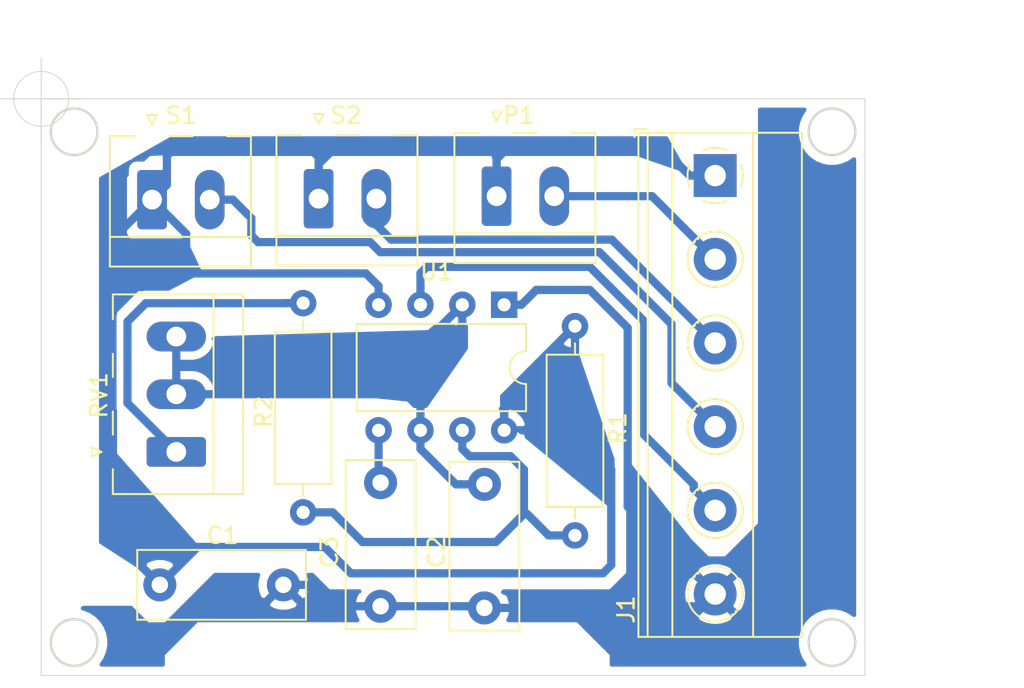
<source format=kicad_pcb>
(kicad_pcb (version 20171130) (host pcbnew "(5.1.5)-3")

  (general
    (thickness 1.6)
    (drawings 15)
    (tracks 111)
    (zones 0)
    (modules 11)
    (nets 11)
  )

  (page A4)
  (title_block
    (title "Control probador motores pap")
    (date 2021-04-02)
    (rev 1.0)
  )

  (layers
    (0 F.Cu signal)
    (31 B.Cu signal)
    (32 B.Adhes user hide)
    (33 F.Adhes user hide)
    (34 B.Paste user hide)
    (35 F.Paste user hide)
    (36 B.SilkS user)
    (37 F.SilkS user)
    (38 B.Mask user)
    (39 F.Mask user)
    (40 Dwgs.User user hide)
    (41 Cmts.User user)
    (42 Eco1.User user hide)
    (43 Eco2.User user)
    (44 Edge.Cuts user)
    (45 Margin user)
    (46 B.CrtYd user hide)
    (47 F.CrtYd user hide)
    (48 B.Fab user hide)
    (49 F.Fab user hide)
  )

  (setup
    (last_trace_width 0.25)
    (user_trace_width 0.5)
    (trace_clearance 0.2)
    (zone_clearance 0.508)
    (zone_45_only no)
    (trace_min 0.2)
    (via_size 0.8)
    (via_drill 0.4)
    (via_min_size 0.4)
    (via_min_drill 0.3)
    (uvia_size 0.3)
    (uvia_drill 0.1)
    (uvias_allowed no)
    (uvia_min_size 0.2)
    (uvia_min_drill 0.1)
    (edge_width 0.05)
    (segment_width 0.2)
    (pcb_text_width 0.3)
    (pcb_text_size 1.5 1.5)
    (mod_edge_width 0.12)
    (mod_text_size 1 1)
    (mod_text_width 0.15)
    (pad_size 1.524 1.524)
    (pad_drill 0.762)
    (pad_to_mask_clearance 0.051)
    (solder_mask_min_width 0.25)
    (aux_axis_origin 0 0)
    (visible_elements 7FFFFFFF)
    (pcbplotparams
      (layerselection 0x010fc_ffffffff)
      (usegerberextensions false)
      (usegerberattributes false)
      (usegerberadvancedattributes false)
      (creategerberjobfile false)
      (excludeedgelayer true)
      (linewidth 0.100000)
      (plotframeref false)
      (viasonmask false)
      (mode 1)
      (useauxorigin false)
      (hpglpennumber 1)
      (hpglpenspeed 20)
      (hpglpendiameter 15.000000)
      (psnegative false)
      (psa4output false)
      (plotreference true)
      (plotvalue true)
      (plotinvisibletext false)
      (padsonsilk false)
      (subtractmaskfromsilk false)
      (outputformat 1)
      (mirror false)
      (drillshape 1)
      (scaleselection 1)
      (outputdirectory ""))
  )

  (net 0 "")
  (net 1 GND)
  (net 2 +5V)
  (net 3 "Net-(C2-Pad1)")
  (net 4 "Net-(C3-Pad1)")
  (net 5 /Permitir)
  (net 6 /Direccion)
  (net 7 /Medio_Full_Paso)
  (net 8 /Reloj)
  (net 9 "Net-(R1-Pad2)")
  (net 10 "Net-(R2-Pad2)")

  (net_class Default "Esta es la clase de red por defecto."
    (clearance 0.2)
    (trace_width 0.25)
    (via_dia 0.8)
    (via_drill 0.4)
    (uvia_dia 0.3)
    (uvia_drill 0.1)
    (add_net +5V)
    (add_net /Direccion)
    (add_net /Medio_Full_Paso)
    (add_net /Permitir)
    (add_net /Reloj)
    (add_net GND)
    (add_net "Net-(C2-Pad1)")
    (add_net "Net-(C3-Pad1)")
    (add_net "Net-(R1-Pad2)")
    (add_net "Net-(R2-Pad2)")
  )

  (module Resistor_THT:R_Axial_DIN0309_L9.0mm_D3.2mm_P12.70mm_Horizontal (layer F.Cu) (tedit 5AE5139B) (tstamp 6068A674)
    (at 117.3932 94.3296 90)
    (descr "Resistor, Axial_DIN0309 series, Axial, Horizontal, pin pitch=12.7mm, 0.5W = 1/2W, length*diameter=9*3.2mm^2, http://cdn-reichelt.de/documents/datenblatt/B400/1_4W%23YAG.pdf")
    (tags "Resistor Axial_DIN0309 series Axial Horizontal pin pitch 12.7mm 0.5W = 1/2W length 9mm diameter 3.2mm")
    (path /60679D1E)
    (fp_text reference R2 (at 6.1 -2.4 90) (layer F.SilkS)
      (effects (font (size 1 1) (thickness 0.15)))
    )
    (fp_text value 1k (at 6.35 2.72 90) (layer Dwgs.User)
      (effects (font (size 1 1) (thickness 0.15)))
    )
    (fp_text user %R (at 6.35 0 90) (layer Dwgs.User)
      (effects (font (size 1 1) (thickness 0.15)))
    )
    (fp_line (start 13.75 -1.85) (end -1.05 -1.85) (layer F.CrtYd) (width 0.05))
    (fp_line (start 13.75 1.85) (end 13.75 -1.85) (layer F.CrtYd) (width 0.05))
    (fp_line (start -1.05 1.85) (end 13.75 1.85) (layer F.CrtYd) (width 0.05))
    (fp_line (start -1.05 -1.85) (end -1.05 1.85) (layer F.CrtYd) (width 0.05))
    (fp_line (start 11.66 0) (end 10.97 0) (layer F.SilkS) (width 0.12))
    (fp_line (start 1.04 0) (end 1.73 0) (layer F.SilkS) (width 0.12))
    (fp_line (start 10.97 -1.72) (end 1.73 -1.72) (layer F.SilkS) (width 0.12))
    (fp_line (start 10.97 1.72) (end 10.97 -1.72) (layer F.SilkS) (width 0.12))
    (fp_line (start 1.73 1.72) (end 10.97 1.72) (layer F.SilkS) (width 0.12))
    (fp_line (start 1.73 -1.72) (end 1.73 1.72) (layer F.SilkS) (width 0.12))
    (fp_line (start 12.7 0) (end 10.85 0) (layer F.Fab) (width 0.1))
    (fp_line (start 0 0) (end 1.85 0) (layer F.Fab) (width 0.1))
    (fp_line (start 10.85 -1.6) (end 1.85 -1.6) (layer F.Fab) (width 0.1))
    (fp_line (start 10.85 1.6) (end 10.85 -1.6) (layer F.Fab) (width 0.1))
    (fp_line (start 1.85 1.6) (end 10.85 1.6) (layer F.Fab) (width 0.1))
    (fp_line (start 1.85 -1.6) (end 1.85 1.6) (layer F.Fab) (width 0.1))
    (pad 2 thru_hole oval (at 12.7 0 90) (size 1.6 1.6) (drill 0.8) (layers *.Cu *.Mask)
      (net 10 "Net-(R2-Pad2)"))
    (pad 1 thru_hole circle (at 0 0 90) (size 1.6 1.6) (drill 0.8) (layers *.Cu *.Mask)
      (net 9 "Net-(R1-Pad2)"))
    (model ${KISYS3DMOD}/Resistor_THT.3dshapes/R_Axial_DIN0309_L9.0mm_D3.2mm_P12.70mm_Horizontal.wrl
      (at (xyz 0 0 0))
      (scale (xyz 1 1 1))
      (rotate (xyz 0 0 0))
    )
  )

  (module Capacitor_THT:C_Rect_L10.0mm_W4.0mm_P7.50mm_MKS4 (layer F.Cu) (tedit 5AE50EF0) (tstamp 6068C5C7)
    (at 122.0932 92.5296 270)
    (descr "C, Rect series, Radial, pin pitch=7.50mm, , length*width=10*4.0mm^2, Capacitor, http://www.wima.com/EN/WIMA_MKS_4.pdf")
    (tags "C Rect series Radial pin pitch 7.50mm  length 10mm width 4.0mm Capacitor")
    (path /60675367)
    (fp_text reference C3 (at 4.2 3.1 90) (layer F.SilkS)
      (effects (font (size 1 1) (thickness 0.15)))
    )
    (fp_text value 1nF (at 3.75 3.25 90) (layer F.Fab)
      (effects (font (size 1 1) (thickness 0.15)))
    )
    (fp_line (start -1.25 -2) (end -1.25 2) (layer F.Fab) (width 0.1))
    (fp_line (start -1.25 2) (end 8.75 2) (layer F.Fab) (width 0.1))
    (fp_line (start 8.75 2) (end 8.75 -2) (layer F.Fab) (width 0.1))
    (fp_line (start 8.75 -2) (end -1.25 -2) (layer F.Fab) (width 0.1))
    (fp_line (start -1.37 -2.12) (end 8.87 -2.12) (layer F.SilkS) (width 0.12))
    (fp_line (start -1.37 2.12) (end 8.87 2.12) (layer F.SilkS) (width 0.12))
    (fp_line (start -1.37 -2.12) (end -1.37 2.12) (layer F.SilkS) (width 0.12))
    (fp_line (start 8.87 -2.12) (end 8.87 2.12) (layer F.SilkS) (width 0.12))
    (fp_line (start -1.5 -2.25) (end -1.5 2.25) (layer F.CrtYd) (width 0.05))
    (fp_line (start -1.5 2.25) (end 9 2.25) (layer F.CrtYd) (width 0.05))
    (fp_line (start 9 2.25) (end 9 -2.25) (layer F.CrtYd) (width 0.05))
    (fp_line (start 9 -2.25) (end -1.5 -2.25) (layer F.CrtYd) (width 0.05))
    (fp_text user %R (at 3.75 0 90) (layer F.Fab)
      (effects (font (size 1 1) (thickness 0.15)))
    )
    (pad 1 thru_hole circle (at 0 0 270) (size 2 2) (drill 1) (layers *.Cu *.Mask)
      (net 4 "Net-(C3-Pad1)"))
    (pad 2 thru_hole circle (at 7.5 0 270) (size 2 2) (drill 1) (layers *.Cu *.Mask)
      (net 1 GND))
    (model ${KISYS3DMOD}/Capacitor_THT.3dshapes/C_Rect_L10.0mm_W4.0mm_P7.50mm_MKS4.wrl
      (at (xyz 0 0 0))
      (scale (xyz 1 1 1))
      (rotate (xyz 0 0 0))
    )
  )

  (module Package_DIP:DIP-8_W7.62mm (layer F.Cu) (tedit 5A02E8C5) (tstamp 6068B66D)
    (at 129.5932 81.7296 270)
    (descr "8-lead though-hole mounted DIP package, row spacing 7.62 mm (300 mils)")
    (tags "THT DIP DIL PDIP 2.54mm 7.62mm 300mil")
    (path /606749F9)
    (fp_text reference U1 (at -2 4.1 180) (layer F.SilkS)
      (effects (font (size 1 1) (thickness 0.15)))
    )
    (fp_text value NE555 (at 3.81 9.95 90) (layer F.Fab)
      (effects (font (size 1 1) (thickness 0.15)))
    )
    (fp_arc (start 3.81 -1.33) (end 2.81 -1.33) (angle -180) (layer F.SilkS) (width 0.12))
    (fp_line (start 1.635 -1.27) (end 6.985 -1.27) (layer F.Fab) (width 0.1))
    (fp_line (start 6.985 -1.27) (end 6.985 8.89) (layer F.Fab) (width 0.1))
    (fp_line (start 6.985 8.89) (end 0.635 8.89) (layer F.Fab) (width 0.1))
    (fp_line (start 0.635 8.89) (end 0.635 -0.27) (layer F.Fab) (width 0.1))
    (fp_line (start 0.635 -0.27) (end 1.635 -1.27) (layer F.Fab) (width 0.1))
    (fp_line (start 2.81 -1.33) (end 1.16 -1.33) (layer F.SilkS) (width 0.12))
    (fp_line (start 1.16 -1.33) (end 1.16 8.95) (layer F.SilkS) (width 0.12))
    (fp_line (start 1.16 8.95) (end 6.46 8.95) (layer F.SilkS) (width 0.12))
    (fp_line (start 6.46 8.95) (end 6.46 -1.33) (layer F.SilkS) (width 0.12))
    (fp_line (start 6.46 -1.33) (end 4.81 -1.33) (layer F.SilkS) (width 0.12))
    (fp_line (start -1.1 -1.55) (end -1.1 9.15) (layer F.CrtYd) (width 0.05))
    (fp_line (start -1.1 9.15) (end 8.7 9.15) (layer F.CrtYd) (width 0.05))
    (fp_line (start 8.7 9.15) (end 8.7 -1.55) (layer F.CrtYd) (width 0.05))
    (fp_line (start 8.7 -1.55) (end -1.1 -1.55) (layer F.CrtYd) (width 0.05))
    (fp_text user %R (at 3.81 3.81 90) (layer F.Fab)
      (effects (font (size 1 1) (thickness 0.15)))
    )
    (pad 1 thru_hole rect (at 0 0 270) (size 1.6 1.6) (drill 0.8) (layers *.Cu *.Mask)
      (net 1 GND))
    (pad 5 thru_hole oval (at 7.62 7.62 270) (size 1.6 1.6) (drill 0.8) (layers *.Cu *.Mask)
      (net 4 "Net-(C3-Pad1)"))
    (pad 2 thru_hole oval (at 0 2.54 270) (size 1.6 1.6) (drill 0.8) (layers *.Cu *.Mask)
      (net 3 "Net-(C2-Pad1)"))
    (pad 6 thru_hole oval (at 7.62 5.08 270) (size 1.6 1.6) (drill 0.8) (layers *.Cu *.Mask)
      (net 3 "Net-(C2-Pad1)"))
    (pad 3 thru_hole oval (at 0 5.08 270) (size 1.6 1.6) (drill 0.8) (layers *.Cu *.Mask)
      (net 8 /Reloj))
    (pad 7 thru_hole oval (at 7.62 2.54 270) (size 1.6 1.6) (drill 0.8) (layers *.Cu *.Mask)
      (net 9 "Net-(R1-Pad2)"))
    (pad 4 thru_hole oval (at 0 7.62 270) (size 1.6 1.6) (drill 0.8) (layers *.Cu *.Mask)
      (net 2 +5V))
    (pad 8 thru_hole oval (at 7.62 0 270) (size 1.6 1.6) (drill 0.8) (layers *.Cu *.Mask)
      (net 2 +5V))
    (model ${KISYS3DMOD}/Package_DIP.3dshapes/DIP-8_W7.62mm.wrl
      (at (xyz 0 0 0))
      (scale (xyz 1 1 1))
      (rotate (xyz 0 0 0))
    )
  )

  (module TerminalBlock_Phoenix:TerminalBlock_Phoenix_MKDS-1,5-6-5.08_1x06_P5.08mm_Horizontal (layer F.Cu) (tedit 5B294EBE) (tstamp 60685FE8)
    (at 142.4032 73.8896 270)
    (descr "Terminal Block Phoenix MKDS-1,5-6-5.08, 6 pins, pitch 5.08mm, size 30.5x9.8mm^2, drill diamater 1.3mm, pad diameter 2.6mm, see http://www.farnell.com/datasheets/100425.pdf, script-generated using https://github.com/pointhi/kicad-footprint-generator/scripts/TerminalBlock_Phoenix")
    (tags "THT Terminal Block Phoenix MKDS-1,5-6-5.08 pitch 5.08mm size 30.5x9.8mm^2 drill 1.3mm pad 2.6mm")
    (path /6067A4FC)
    (fp_text reference J1 (at 26.34 5.41 90) (layer F.SilkS)
      (effects (font (size 1 1) (thickness 0.15)))
    )
    (fp_text value Screw_Terminal_01x06 (at 12.7 5.66 90) (layer Dwgs.User) hide
      (effects (font (size 1 1) (thickness 0.15)))
    )
    (fp_arc (start 0 0) (end 0 1.68) (angle -24) (layer F.SilkS) (width 0.12))
    (fp_arc (start 0 0) (end 1.535 0.684) (angle -48) (layer F.SilkS) (width 0.12))
    (fp_arc (start 0 0) (end 0.684 -1.535) (angle -48) (layer F.SilkS) (width 0.12))
    (fp_arc (start 0 0) (end -1.535 -0.684) (angle -48) (layer F.SilkS) (width 0.12))
    (fp_arc (start 0 0) (end -0.684 1.535) (angle -25) (layer F.SilkS) (width 0.12))
    (fp_circle (center 0 0) (end 1.5 0) (layer F.Fab) (width 0.1))
    (fp_circle (center 5.08 0) (end 6.58 0) (layer F.Fab) (width 0.1))
    (fp_circle (center 5.08 0) (end 6.76 0) (layer F.SilkS) (width 0.12))
    (fp_circle (center 10.16 0) (end 11.66 0) (layer F.Fab) (width 0.1))
    (fp_circle (center 10.16 0) (end 11.84 0) (layer F.SilkS) (width 0.12))
    (fp_circle (center 15.24 0) (end 16.74 0) (layer F.Fab) (width 0.1))
    (fp_circle (center 15.24 0) (end 16.92 0) (layer F.SilkS) (width 0.12))
    (fp_circle (center 20.32 0) (end 21.82 0) (layer F.Fab) (width 0.1))
    (fp_circle (center 20.32 0) (end 22 0) (layer F.SilkS) (width 0.12))
    (fp_circle (center 25.4 0) (end 26.9 0) (layer F.Fab) (width 0.1))
    (fp_circle (center 25.4 0) (end 27.08 0) (layer F.SilkS) (width 0.12))
    (fp_line (start -2.54 -5.2) (end 27.94 -5.2) (layer F.Fab) (width 0.1))
    (fp_line (start 27.94 -5.2) (end 27.94 4.6) (layer F.Fab) (width 0.1))
    (fp_line (start 27.94 4.6) (end -2.04 4.6) (layer F.Fab) (width 0.1))
    (fp_line (start -2.04 4.6) (end -2.54 4.1) (layer F.Fab) (width 0.1))
    (fp_line (start -2.54 4.1) (end -2.54 -5.2) (layer F.Fab) (width 0.1))
    (fp_line (start -2.54 4.1) (end 27.94 4.1) (layer F.Fab) (width 0.1))
    (fp_line (start -2.6 4.1) (end 28 4.1) (layer F.SilkS) (width 0.12))
    (fp_line (start -2.54 2.6) (end 27.94 2.6) (layer F.Fab) (width 0.1))
    (fp_line (start -2.6 2.6) (end 28 2.6) (layer F.SilkS) (width 0.12))
    (fp_line (start -2.54 -2.3) (end 27.94 -2.3) (layer F.Fab) (width 0.1))
    (fp_line (start -2.6 -2.301) (end 28 -2.301) (layer F.SilkS) (width 0.12))
    (fp_line (start -2.6 -5.261) (end 28 -5.261) (layer F.SilkS) (width 0.12))
    (fp_line (start -2.6 4.66) (end 28 4.66) (layer F.SilkS) (width 0.12))
    (fp_line (start -2.6 -5.261) (end -2.6 4.66) (layer F.SilkS) (width 0.12))
    (fp_line (start 28 -5.261) (end 28 4.66) (layer F.SilkS) (width 0.12))
    (fp_line (start 1.138 -0.955) (end -0.955 1.138) (layer F.Fab) (width 0.1))
    (fp_line (start 0.955 -1.138) (end -1.138 0.955) (layer F.Fab) (width 0.1))
    (fp_line (start 6.218 -0.955) (end 4.126 1.138) (layer F.Fab) (width 0.1))
    (fp_line (start 6.035 -1.138) (end 3.943 0.955) (layer F.Fab) (width 0.1))
    (fp_line (start 6.355 -1.069) (end 6.308 -1.023) (layer F.SilkS) (width 0.12))
    (fp_line (start 4.046 1.239) (end 4.011 1.274) (layer F.SilkS) (width 0.12))
    (fp_line (start 6.15 -1.275) (end 6.115 -1.239) (layer F.SilkS) (width 0.12))
    (fp_line (start 3.853 1.023) (end 3.806 1.069) (layer F.SilkS) (width 0.12))
    (fp_line (start 11.298 -0.955) (end 9.206 1.138) (layer F.Fab) (width 0.1))
    (fp_line (start 11.115 -1.138) (end 9.023 0.955) (layer F.Fab) (width 0.1))
    (fp_line (start 11.435 -1.069) (end 11.388 -1.023) (layer F.SilkS) (width 0.12))
    (fp_line (start 9.126 1.239) (end 9.091 1.274) (layer F.SilkS) (width 0.12))
    (fp_line (start 11.23 -1.275) (end 11.195 -1.239) (layer F.SilkS) (width 0.12))
    (fp_line (start 8.933 1.023) (end 8.886 1.069) (layer F.SilkS) (width 0.12))
    (fp_line (start 16.378 -0.955) (end 14.286 1.138) (layer F.Fab) (width 0.1))
    (fp_line (start 16.195 -1.138) (end 14.103 0.955) (layer F.Fab) (width 0.1))
    (fp_line (start 16.515 -1.069) (end 16.468 -1.023) (layer F.SilkS) (width 0.12))
    (fp_line (start 14.206 1.239) (end 14.171 1.274) (layer F.SilkS) (width 0.12))
    (fp_line (start 16.31 -1.275) (end 16.275 -1.239) (layer F.SilkS) (width 0.12))
    (fp_line (start 14.013 1.023) (end 13.966 1.069) (layer F.SilkS) (width 0.12))
    (fp_line (start 21.458 -0.955) (end 19.366 1.138) (layer F.Fab) (width 0.1))
    (fp_line (start 21.275 -1.138) (end 19.183 0.955) (layer F.Fab) (width 0.1))
    (fp_line (start 21.595 -1.069) (end 21.548 -1.023) (layer F.SilkS) (width 0.12))
    (fp_line (start 19.286 1.239) (end 19.251 1.274) (layer F.SilkS) (width 0.12))
    (fp_line (start 21.39 -1.275) (end 21.355 -1.239) (layer F.SilkS) (width 0.12))
    (fp_line (start 19.093 1.023) (end 19.046 1.069) (layer F.SilkS) (width 0.12))
    (fp_line (start 26.538 -0.955) (end 24.446 1.138) (layer F.Fab) (width 0.1))
    (fp_line (start 26.355 -1.138) (end 24.263 0.955) (layer F.Fab) (width 0.1))
    (fp_line (start 26.675 -1.069) (end 26.628 -1.023) (layer F.SilkS) (width 0.12))
    (fp_line (start 24.366 1.239) (end 24.331 1.274) (layer F.SilkS) (width 0.12))
    (fp_line (start 26.47 -1.275) (end 26.435 -1.239) (layer F.SilkS) (width 0.12))
    (fp_line (start 24.173 1.023) (end 24.126 1.069) (layer F.SilkS) (width 0.12))
    (fp_line (start -2.84 4.16) (end -2.84 4.9) (layer F.SilkS) (width 0.12))
    (fp_line (start -2.84 4.9) (end -2.34 4.9) (layer F.SilkS) (width 0.12))
    (fp_line (start -3.04 -5.71) (end -3.04 5.1) (layer F.CrtYd) (width 0.05))
    (fp_line (start -3.04 5.1) (end 28.44 5.1) (layer F.CrtYd) (width 0.05))
    (fp_line (start 28.44 5.1) (end 28.44 -5.71) (layer F.CrtYd) (width 0.05))
    (fp_line (start 28.44 -5.71) (end -3.04 -5.71) (layer F.CrtYd) (width 0.05))
    (fp_text user %R (at 12.7 3.2 90) (layer F.Fab) hide
      (effects (font (size 1 1) (thickness 0.15)))
    )
    (pad 1 thru_hole rect (at 0 0 270) (size 2.6 2.6) (drill 1.3) (layers *.Cu *.Mask)
      (net 2 +5V))
    (pad 2 thru_hole circle (at 5.08 0 270) (size 2.6 2.6) (drill 1.3) (layers *.Cu *.Mask)
      (net 5 /Permitir))
    (pad 3 thru_hole circle (at 10.16 0 270) (size 2.6 2.6) (drill 1.3) (layers *.Cu *.Mask)
      (net 6 /Direccion))
    (pad 4 thru_hole circle (at 15.24 0 270) (size 2.6 2.6) (drill 1.3) (layers *.Cu *.Mask)
      (net 7 /Medio_Full_Paso))
    (pad 5 thru_hole circle (at 20.32 0 270) (size 2.6 2.6) (drill 1.3) (layers *.Cu *.Mask)
      (net 8 /Reloj))
    (pad 6 thru_hole circle (at 25.4 0 270) (size 2.6 2.6) (drill 1.3) (layers *.Cu *.Mask)
      (net 1 GND))
    (model C:/Users/oscarrodfer/trabajos/freecad/kicad-packages3D/Connector_Phoenix_MKDS/1715190-mkds1,5_6-6contactos.stp
      (offset (xyz 28.5 4 0))
      (scale (xyz 1 1 1))
      (rotate (xyz -90 0 -90))
    )
  )

  (module Capacitor_THT:C_Rect_L10.0mm_W4.0mm_P7.50mm_MKS4 (layer F.Cu) (tedit 5AE50EF0) (tstamp 6068BA1B)
    (at 108.6932 98.7296)
    (descr "C, Rect series, Radial, pin pitch=7.50mm, , length*width=10*4.0mm^2, Capacitor, http://www.wima.com/EN/WIMA_MKS_4.pdf")
    (tags "C Rect series Radial pin pitch 7.50mm  length 10mm width 4.0mm Capacitor")
    (path /60676001)
    (fp_text reference C1 (at 3.8 -3) (layer F.SilkS)
      (effects (font (size 1 1) (thickness 0.15)))
    )
    (fp_text value 100nF (at 3.75 3.25) (layer F.Fab)
      (effects (font (size 1 1) (thickness 0.15)))
    )
    (fp_text user %R (at 3.75 0) (layer F.Fab)
      (effects (font (size 1 1) (thickness 0.15)))
    )
    (fp_line (start 9 -2.25) (end -1.5 -2.25) (layer F.CrtYd) (width 0.05))
    (fp_line (start 9 2.25) (end 9 -2.25) (layer F.CrtYd) (width 0.05))
    (fp_line (start -1.5 2.25) (end 9 2.25) (layer F.CrtYd) (width 0.05))
    (fp_line (start -1.5 -2.25) (end -1.5 2.25) (layer F.CrtYd) (width 0.05))
    (fp_line (start 8.87 -2.12) (end 8.87 2.12) (layer F.SilkS) (width 0.12))
    (fp_line (start -1.37 -2.12) (end -1.37 2.12) (layer F.SilkS) (width 0.12))
    (fp_line (start -1.37 2.12) (end 8.87 2.12) (layer F.SilkS) (width 0.12))
    (fp_line (start -1.37 -2.12) (end 8.87 -2.12) (layer F.SilkS) (width 0.12))
    (fp_line (start 8.75 -2) (end -1.25 -2) (layer F.Fab) (width 0.1))
    (fp_line (start 8.75 2) (end 8.75 -2) (layer F.Fab) (width 0.1))
    (fp_line (start -1.25 2) (end 8.75 2) (layer F.Fab) (width 0.1))
    (fp_line (start -1.25 -2) (end -1.25 2) (layer F.Fab) (width 0.1))
    (pad 2 thru_hole circle (at 7.5 0) (size 2 2) (drill 1) (layers *.Cu *.Mask)
      (net 1 GND))
    (pad 1 thru_hole circle (at 0 0) (size 2 2) (drill 1) (layers *.Cu *.Mask)
      (net 2 +5V))
    (model ${KISYS3DMOD}/Capacitor_THT.3dshapes/C_Rect_L10.0mm_W4.0mm_P7.50mm_MKS4.wrl
      (at (xyz 0 0 0))
      (scale (xyz 1 1 1))
      (rotate (xyz 0 0 0))
    )
  )

  (module Capacitor_THT:C_Rect_L10.0mm_W4.0mm_P7.50mm_MKS4 (layer F.Cu) (tedit 5AE50EF0) (tstamp 60685F85)
    (at 128.3932 92.6296 270)
    (descr "C, Rect series, Radial, pin pitch=7.50mm, , length*width=10*4.0mm^2, Capacitor, http://www.wima.com/EN/WIMA_MKS_4.pdf")
    (tags "C Rect series Radial pin pitch 7.50mm  length 10mm width 4.0mm Capacitor")
    (path /606758D7)
    (fp_text reference C2 (at 4.1 2.9 90) (layer F.SilkS)
      (effects (font (size 1 1) (thickness 0.15)))
    )
    (fp_text value 220nF (at 3.75 3.25 90) (layer F.Fab)
      (effects (font (size 1 1) (thickness 0.15)))
    )
    (fp_line (start -1.25 -2) (end -1.25 2) (layer F.Fab) (width 0.1))
    (fp_line (start -1.25 2) (end 8.75 2) (layer F.Fab) (width 0.1))
    (fp_line (start 8.75 2) (end 8.75 -2) (layer F.Fab) (width 0.1))
    (fp_line (start 8.75 -2) (end -1.25 -2) (layer F.Fab) (width 0.1))
    (fp_line (start -1.37 -2.12) (end 8.87 -2.12) (layer F.SilkS) (width 0.12))
    (fp_line (start -1.37 2.12) (end 8.87 2.12) (layer F.SilkS) (width 0.12))
    (fp_line (start -1.37 -2.12) (end -1.37 2.12) (layer F.SilkS) (width 0.12))
    (fp_line (start 8.87 -2.12) (end 8.87 2.12) (layer F.SilkS) (width 0.12))
    (fp_line (start -1.5 -2.25) (end -1.5 2.25) (layer F.CrtYd) (width 0.05))
    (fp_line (start -1.5 2.25) (end 9 2.25) (layer F.CrtYd) (width 0.05))
    (fp_line (start 9 2.25) (end 9 -2.25) (layer F.CrtYd) (width 0.05))
    (fp_line (start 9 -2.25) (end -1.5 -2.25) (layer F.CrtYd) (width 0.05))
    (fp_text user %R (at 3.75 0 90) (layer F.Fab)
      (effects (font (size 1 1) (thickness 0.15)))
    )
    (pad 1 thru_hole circle (at 0 0 270) (size 2 2) (drill 1) (layers *.Cu *.Mask)
      (net 3 "Net-(C2-Pad1)"))
    (pad 2 thru_hole circle (at 7.5 0 270) (size 2 2) (drill 1) (layers *.Cu *.Mask)
      (net 1 GND))
    (model ${KISYS3DMOD}/Capacitor_THT.3dshapes/C_Rect_L10.0mm_W4.0mm_P7.50mm_MKS4.wrl
      (at (xyz 0 0 0))
      (scale (xyz 1 1 1))
      (rotate (xyz 0 0 0))
    )
  )

  (module Resistor_THT:R_Axial_DIN0309_L9.0mm_D3.2mm_P12.70mm_Horizontal (layer F.Cu) (tedit 5AE5139B) (tstamp 60688103)
    (at 133.8932 83.0296 270)
    (descr "Resistor, Axial_DIN0309 series, Axial, Horizontal, pin pitch=12.7mm, 0.5W = 1/2W, length*diameter=9*3.2mm^2, http://cdn-reichelt.de/documents/datenblatt/B400/1_4W%23YAG.pdf")
    (tags "Resistor Axial_DIN0309 series Axial Horizontal pin pitch 12.7mm 0.5W = 1/2W length 9mm diameter 3.2mm")
    (path /6067986F)
    (fp_text reference R1 (at 6.2 -2.6 90) (layer F.SilkS)
      (effects (font (size 1 1) (thickness 0.15)))
    )
    (fp_text value 1k5 (at 6.35 2.72 90) (layer F.Fab)
      (effects (font (size 1 1) (thickness 0.15)))
    )
    (fp_line (start 1.85 -1.6) (end 1.85 1.6) (layer F.Fab) (width 0.1))
    (fp_line (start 1.85 1.6) (end 10.85 1.6) (layer F.Fab) (width 0.1))
    (fp_line (start 10.85 1.6) (end 10.85 -1.6) (layer F.Fab) (width 0.1))
    (fp_line (start 10.85 -1.6) (end 1.85 -1.6) (layer F.Fab) (width 0.1))
    (fp_line (start 0 0) (end 1.85 0) (layer F.Fab) (width 0.1))
    (fp_line (start 12.7 0) (end 10.85 0) (layer F.Fab) (width 0.1))
    (fp_line (start 1.73 -1.72) (end 1.73 1.72) (layer F.SilkS) (width 0.12))
    (fp_line (start 1.73 1.72) (end 10.97 1.72) (layer F.SilkS) (width 0.12))
    (fp_line (start 10.97 1.72) (end 10.97 -1.72) (layer F.SilkS) (width 0.12))
    (fp_line (start 10.97 -1.72) (end 1.73 -1.72) (layer F.SilkS) (width 0.12))
    (fp_line (start 1.04 0) (end 1.73 0) (layer F.SilkS) (width 0.12))
    (fp_line (start 11.66 0) (end 10.97 0) (layer F.SilkS) (width 0.12))
    (fp_line (start -1.05 -1.85) (end -1.05 1.85) (layer F.CrtYd) (width 0.05))
    (fp_line (start -1.05 1.85) (end 13.75 1.85) (layer F.CrtYd) (width 0.05))
    (fp_line (start 13.75 1.85) (end 13.75 -1.85) (layer F.CrtYd) (width 0.05))
    (fp_line (start 13.75 -1.85) (end -1.05 -1.85) (layer F.CrtYd) (width 0.05))
    (fp_text user %R (at 6.35 0 90) (layer Dwgs.User)
      (effects (font (size 1 1) (thickness 0.15)))
    )
    (pad 1 thru_hole circle (at 0 0 270) (size 1.6 1.6) (drill 0.8) (layers *.Cu *.Mask)
      (net 2 +5V))
    (pad 2 thru_hole oval (at 12.7 0 270) (size 1.6 1.6) (drill 0.8) (layers *.Cu *.Mask)
      (net 9 "Net-(R1-Pad2)"))
    (model ${KISYS3DMOD}/Resistor_THT.3dshapes/R_Axial_DIN0309_L9.0mm_D3.2mm_P12.70mm_Horizontal.wrl
      (at (xyz 0 0 0))
      (scale (xyz 1 1 1))
      (rotate (xyz 0 0 0))
    )
  )

  (module Connector_Phoenix_MKDS:PhoenixContact_MKDS_1,5_2-1727010-1x02_P3.50mm (layer F.Cu) (tedit 6067627D) (tstamp 6068A6EF)
    (at 129.1332 72.5996)
    (descr "Generic Phoenix Contact connector footprint for: MC_1,5/2-G-3.5; number of pins: 02; pin pitch: 3.50mm; Angled || order number: 1727010 8A 160V")
    (tags "phoenix_contact connector MC_01x02_G_3.5mm")
    (path /6067855D)
    (fp_text reference P1 (at 1.36 -2.37) (layer F.SilkS)
      (effects (font (size 1 1) (thickness 0.15)))
    )
    (fp_text value SW_Push (at 3.2 8.6) (layer Dwgs.User) hide
      (effects (font (size 1 1) (thickness 0.15)))
    )
    (fp_line (start -2.56 -1.31) (end -2.56 6.6) (layer F.SilkS) (width 0.12))
    (fp_line (start -2.56 6.6) (end 6 6.6) (layer F.SilkS) (width 0.12))
    (fp_line (start 6 6.6) (end 6 -1.31) (layer F.SilkS) (width 0.12))
    (fp_line (start -2.56 -1.31) (end -1.05 -1.31) (layer F.SilkS) (width 0.12))
    (fp_line (start 1.05 -1.31) (end 2.45 -1.31) (layer F.SilkS) (width 0.12))
    (fp_line (start 4.55 -1.31) (end 6 -1.31) (layer F.SilkS) (width 0.12))
    (fp_line (start -2.45 -1.2) (end -2.45 6.5) (layer F.Fab) (width 0.1))
    (fp_line (start -2.45 6.5) (end 5.85 6.5) (layer F.Fab) (width 0.1))
    (fp_line (start 5.9 6.55) (end 5.9 -1.2) (layer F.Fab) (width 0.1))
    (fp_line (start 5.9 -1.2) (end -2.45 -1.2) (layer F.Fab) (width 0.1))
    (fp_line (start -2.56 4.8) (end 6 4.8) (layer F.SilkS) (width 0.12))
    (fp_line (start -3.06 -2.3) (end -3.06 7.3) (layer F.CrtYd) (width 0.05))
    (fp_line (start -3.06 7.3) (end 6.5 7.3) (layer F.CrtYd) (width 0.05))
    (fp_line (start 6.5 7.3) (end 6.5 -2.3) (layer F.CrtYd) (width 0.05))
    (fp_line (start 6.5 -2.3) (end -3.06 -2.3) (layer F.CrtYd) (width 0.05))
    (fp_line (start 0.3 -2.6) (end 0 -2) (layer F.SilkS) (width 0.12))
    (fp_line (start 0 -2) (end -0.3 -2.6) (layer F.SilkS) (width 0.12))
    (fp_line (start -0.3 -2.6) (end 0.3 -2.6) (layer F.SilkS) (width 0.12))
    (fp_line (start 0.8 -1.2) (end 0 0) (layer F.Fab) (width 0.1))
    (fp_line (start 0 0) (end -0.8 -1.2) (layer F.Fab) (width 0.1))
    (fp_text user %R (at 0.1 5.75) (layer Dwgs.User) hide
      (effects (font (size 1 1) (thickness 0.15)))
    )
    (pad 1 thru_hole roundrect (at 0 2.54) (size 1.8 3.6) (drill 1.2) (layers *.Cu *.Mask) (roundrect_rratio 0.138889)
      (net 2 +5V))
    (pad 2 thru_hole oval (at 3.5 2.54) (size 1.8 3.6) (drill 1.2) (layers *.Cu *.Mask)
      (net 5 /Permitir))
    (model C:/Users/oscarrodfer/trabajos/freecad/kicad-packages3D/Connector_Phoenix_MKDS/1727010.stp
      (offset (xyz 5.5 1 0))
      (scale (xyz 0.98 1 0.98))
      (rotate (xyz -90 0 -90))
    )
  )

  (module Connector_Phoenix_MKDS:PhoenixContact_MKDS_1,5_3-19325191-1x03_P3.50mm (layer F.Cu) (tedit 5F930C06) (tstamp 60689CA4)
    (at 107.1532 90.6596 90)
    (descr "Generic Phoenix Contact connector footprint for: MC_1,5/3-G-3.5; number of pins: 03; pin pitch: 3.50mm; Angled || order number: 1844223 8A 160V")
    (tags "phoenix_contact connector MC_01x03_G_3.5mm")
    (path /60678D64)
    (fp_text reference RV1 (at 3.43 -2.16 90) (layer F.SilkS)
      (effects (font (size 1 1) (thickness 0.15)))
    )
    (fp_text value 470k (at 3.2 8.6 90) (layer F.Fab)
      (effects (font (size 1 1) (thickness 0.15)))
    )
    (fp_line (start -2.56 -1.31) (end -2.56 6.6) (layer F.SilkS) (width 0.12))
    (fp_line (start -2.56 6.6) (end 9.5 6.6) (layer F.SilkS) (width 0.12))
    (fp_line (start 9.56 6.6) (end 9.56 -1.31) (layer F.SilkS) (width 0.12))
    (fp_line (start -2.56 -1.31) (end -1.05 -1.31) (layer F.SilkS) (width 0.12))
    (fp_line (start 9.56 -1.31) (end 8.05 -1.31) (layer F.SilkS) (width 0.12))
    (fp_line (start 1.05 -1.31) (end 2.45 -1.31) (layer F.SilkS) (width 0.12))
    (fp_line (start 4.55 -1.31) (end 5.95 -1.31) (layer F.SilkS) (width 0.12))
    (fp_line (start -2.45 -1.2) (end -2.45 6.5) (layer F.Fab) (width 0.1))
    (fp_line (start -2.45 6.5) (end 9.45 6.5) (layer F.Fab) (width 0.1))
    (fp_line (start 9.45 6.5) (end 9.45 -1.2) (layer F.Fab) (width 0.1))
    (fp_line (start 9.45 -1.2) (end -2.45 -1.2) (layer F.Fab) (width 0.1))
    (fp_line (start -2.56 4.8) (end 9.56 4.8) (layer F.SilkS) (width 0.12))
    (fp_line (start -3.06 -2.3) (end -3.06 7.3) (layer F.CrtYd) (width 0.05))
    (fp_line (start -3.06 7.3) (end 9.95 7.3) (layer F.CrtYd) (width 0.05))
    (fp_line (start 9.95 7.3) (end 9.95 -2.3) (layer F.CrtYd) (width 0.05))
    (fp_line (start 9.95 -2.3) (end -3.06 -2.3) (layer F.CrtYd) (width 0.05))
    (fp_line (start 0.3 -2.6) (end 0 -2) (layer F.SilkS) (width 0.12))
    (fp_line (start 0 -2) (end -0.3 -2.6) (layer F.SilkS) (width 0.12))
    (fp_line (start -0.3 -2.6) (end 0.3 -2.6) (layer F.SilkS) (width 0.12))
    (fp_line (start 0.8 -1.2) (end 0 0) (layer F.Fab) (width 0.1))
    (fp_line (start 0 0) (end -0.8 -1.2) (layer F.Fab) (width 0.1))
    (fp_text user %R (at 3.5 -0.5 90) (layer F.Fab)
      (effects (font (size 1 1) (thickness 0.15)))
    )
    (pad 1 thru_hole roundrect (at 0 2.54 90) (size 1.8 3.6) (drill 1.2) (layers *.Cu *.Mask) (roundrect_rratio 0.138889)
      (net 10 "Net-(R2-Pad2)"))
    (pad 2 thru_hole oval (at 3.5 2.54 90) (size 1.8 3.6) (drill 1.2) (layers *.Cu *.Mask)
      (net 3 "Net-(C2-Pad1)"))
    (pad 3 thru_hole oval (at 7 2.54 90) (size 1.8 3.6) (drill 1.2) (layers *.Cu *.Mask)
      (net 3 "Net-(C2-Pad1)"))
    (model C:/Users/oscarrodfer/trabajos/freecad/kicad-packages3D/Connector_Phoenix_MKDS/1715035-mkds1,5_3-3contactos.stp
      (offset (xyz 9.300000000000001 0.7 0))
      (scale (xyz 0.7 0.7 0.8))
      (rotate (xyz 0 0 -180))
    )
  )

  (module Connector_Phoenix_MKDS:PhoenixContact_MKDS_1,5_2-1727010-1x02_P3.50mm (layer F.Cu) (tedit 6067627D) (tstamp 60687C87)
    (at 108.2232 72.8096)
    (descr "Generic Phoenix Contact connector footprint for: MC_1,5/2-G-3.5; number of pins: 02; pin pitch: 3.50mm; Angled || order number: 1727010 8A 160V")
    (tags "phoenix_contact connector MC_01x02_G_3.5mm")
    (path /6067730E)
    (fp_text reference S1 (at 1.77 -2.58) (layer F.SilkS)
      (effects (font (size 1 1) (thickness 0.15)))
    )
    (fp_text value CircuitBreaker_1P (at 3.2 8.6) (layer Dwgs.User)
      (effects (font (size 1 1) (thickness 0.15)))
    )
    (fp_line (start -2.56 -1.31) (end -2.56 6.6) (layer F.SilkS) (width 0.12))
    (fp_line (start -2.56 6.6) (end 6 6.6) (layer F.SilkS) (width 0.12))
    (fp_line (start 6 6.6) (end 6 -1.31) (layer F.SilkS) (width 0.12))
    (fp_line (start -2.56 -1.31) (end -1.05 -1.31) (layer F.SilkS) (width 0.12))
    (fp_line (start 1.05 -1.31) (end 2.45 -1.31) (layer F.SilkS) (width 0.12))
    (fp_line (start 4.55 -1.31) (end 6 -1.31) (layer F.SilkS) (width 0.12))
    (fp_line (start -2.45 -1.2) (end -2.45 6.5) (layer F.Fab) (width 0.1))
    (fp_line (start -2.45 6.5) (end 5.85 6.5) (layer F.Fab) (width 0.1))
    (fp_line (start 5.9 6.55) (end 5.9 -1.2) (layer F.Fab) (width 0.1))
    (fp_line (start 5.9 -1.2) (end -2.45 -1.2) (layer F.Fab) (width 0.1))
    (fp_line (start -2.56 4.8) (end 6 4.8) (layer F.SilkS) (width 0.12))
    (fp_line (start -3.06 -2.3) (end -3.06 7.3) (layer F.CrtYd) (width 0.05))
    (fp_line (start -3.06 7.3) (end 6.5 7.3) (layer F.CrtYd) (width 0.05))
    (fp_line (start 6.5 7.3) (end 6.5 -2.3) (layer F.CrtYd) (width 0.05))
    (fp_line (start 6.5 -2.3) (end -3.06 -2.3) (layer F.CrtYd) (width 0.05))
    (fp_line (start 0.3 -2.6) (end 0 -2) (layer F.SilkS) (width 0.12))
    (fp_line (start 0 -2) (end -0.3 -2.6) (layer F.SilkS) (width 0.12))
    (fp_line (start -0.3 -2.6) (end 0.3 -2.6) (layer F.SilkS) (width 0.12))
    (fp_line (start 0.8 -1.2) (end 0 0) (layer F.Fab) (width 0.1))
    (fp_line (start 0 0) (end -0.8 -1.2) (layer F.Fab) (width 0.1))
    (fp_text user %R (at 0.1 5.75) (layer Dwgs.User)
      (effects (font (size 1 1) (thickness 0.15)))
    )
    (pad 1 thru_hole roundrect (at 0 2.54) (size 1.8 3.6) (drill 1.2) (layers *.Cu *.Mask) (roundrect_rratio 0.138889)
      (net 2 +5V))
    (pad 2 thru_hole oval (at 3.5 2.54) (size 1.8 3.6) (drill 1.2) (layers *.Cu *.Mask)
      (net 7 /Medio_Full_Paso))
    (model C:/Users/oscarrodfer/trabajos/freecad/kicad-packages3D/Connector_Phoenix_MKDS/1727010.stp
      (offset (xyz 5.5 1 0))
      (scale (xyz 0.98 1 0.98))
      (rotate (xyz -90 0 -90))
    )
  )

  (module Connector_Phoenix_MKDS:PhoenixContact_MKDS_1,5_2-1727010-1x02_P3.50mm (layer F.Cu) (tedit 6067627D) (tstamp 60687CA1)
    (at 118.3332 72.7496)
    (descr "Generic Phoenix Contact connector footprint for: MC_1,5/2-G-3.5; number of pins: 02; pin pitch: 3.50mm; Angled || order number: 1727010 8A 160V")
    (tags "phoenix_contact connector MC_01x02_G_3.5mm")
    (path /60677E4C)
    (fp_text reference S2 (at 1.66 -2.52) (layer F.SilkS)
      (effects (font (size 1 1) (thickness 0.15)))
    )
    (fp_text value CircuitBreaker_1P (at 3.2 8.6) (layer Dwgs.User)
      (effects (font (size 1 1) (thickness 0.15)))
    )
    (fp_text user %R (at 0.1 5.75) (layer Dwgs.User)
      (effects (font (size 1 1) (thickness 0.15)))
    )
    (fp_line (start 0 0) (end -0.8 -1.2) (layer F.Fab) (width 0.1))
    (fp_line (start 0.8 -1.2) (end 0 0) (layer F.Fab) (width 0.1))
    (fp_line (start -0.3 -2.6) (end 0.3 -2.6) (layer F.SilkS) (width 0.12))
    (fp_line (start 0 -2) (end -0.3 -2.6) (layer F.SilkS) (width 0.12))
    (fp_line (start 0.3 -2.6) (end 0 -2) (layer F.SilkS) (width 0.12))
    (fp_line (start 6.5 -2.3) (end -3.06 -2.3) (layer F.CrtYd) (width 0.05))
    (fp_line (start 6.5 7.3) (end 6.5 -2.3) (layer F.CrtYd) (width 0.05))
    (fp_line (start -3.06 7.3) (end 6.5 7.3) (layer F.CrtYd) (width 0.05))
    (fp_line (start -3.06 -2.3) (end -3.06 7.3) (layer F.CrtYd) (width 0.05))
    (fp_line (start -2.56 4.8) (end 6 4.8) (layer F.SilkS) (width 0.12))
    (fp_line (start 5.9 -1.2) (end -2.45 -1.2) (layer F.Fab) (width 0.1))
    (fp_line (start 5.9 6.55) (end 5.9 -1.2) (layer F.Fab) (width 0.1))
    (fp_line (start -2.45 6.5) (end 5.85 6.5) (layer F.Fab) (width 0.1))
    (fp_line (start -2.45 -1.2) (end -2.45 6.5) (layer F.Fab) (width 0.1))
    (fp_line (start 4.55 -1.31) (end 6 -1.31) (layer F.SilkS) (width 0.12))
    (fp_line (start 1.05 -1.31) (end 2.45 -1.31) (layer F.SilkS) (width 0.12))
    (fp_line (start -2.56 -1.31) (end -1.05 -1.31) (layer F.SilkS) (width 0.12))
    (fp_line (start 6 6.6) (end 6 -1.31) (layer F.SilkS) (width 0.12))
    (fp_line (start -2.56 6.6) (end 6 6.6) (layer F.SilkS) (width 0.12))
    (fp_line (start -2.56 -1.31) (end -2.56 6.6) (layer F.SilkS) (width 0.12))
    (pad 2 thru_hole oval (at 3.5 2.54) (size 1.8 3.6) (drill 1.2) (layers *.Cu *.Mask)
      (net 6 /Direccion))
    (pad 1 thru_hole roundrect (at 0 2.54) (size 1.8 3.6) (drill 1.2) (layers *.Cu *.Mask) (roundrect_rratio 0.138889)
      (net 2 +5V))
    (model C:/Users/oscarrodfer/trabajos/freecad/kicad-packages3D/Connector_Phoenix_MKDS/1727010.stp
      (offset (xyz 5.5 1 0))
      (scale (xyz 0.98 1 0.98))
      (rotate (xyz -90 0 -90))
    )
  )

  (gr_text "Control probador moteres pap v1.0" (at 102.5 86.6 90) (layer Eco2.User)
    (effects (font (size 1 1) (thickness 0.15)))
  )
  (gr_text http://electronicareciclada.com (at 122.6 102.9) (layer Eco2.User)
    (effects (font (size 1 1) (thickness 0.15)))
  )
  (target plus (at 101.4932 69.2296) (size 5) (width 0.05) (layer Edge.Cuts))
  (gr_line (start 101.4932 104.2296) (end 101.4932 69.2296) (layer Edge.Cuts) (width 0.05) (tstamp 6068B5CC))
  (gr_line (start 151.4932 104.2296) (end 101.4932 104.2296) (layer Edge.Cuts) (width 0.05))
  (gr_line (start 151.4932 69.2296) (end 151.4932 104.2296) (layer Edge.Cuts) (width 0.05))
  (gr_line (start 101.4932 69.2296) (end 151.4932 69.2296) (layer Edge.Cuts) (width 0.05))
  (gr_text "Control probador motores pap v1.0" (at 102.4932 86.7296 90) (layer Eco1.User)
    (effects (font (size 1 1) (thickness 0.15)) (justify mirror))
  )
  (gr_text http://electronicareciclada.com (at 122.4932 102.7296) (layer Eco1.User)
    (effects (font (size 1 1) (thickness 0.15)) (justify mirror))
  )
  (gr_circle (center 149.4932 71.2296) (end 150.907414 71.2296) (layer Edge.Cuts) (width 0.15))
  (gr_circle (center 103.4932 71.2296) (end 104.907414 71.2296) (layer Edge.Cuts) (width 0.15))
  (dimension 50 (width 0.15) (layer Margin)
    (gr_text "50,000 mm" (at 126.4932 63.9296) (layer Margin)
      (effects (font (size 1 1) (thickness 0.15)))
    )
    (feature1 (pts (xy 101.4932 69.2296) (xy 101.4932 64.643179)))
    (feature2 (pts (xy 151.4932 69.2296) (xy 151.4932 64.643179)))
    (crossbar (pts (xy 151.4932 65.2296) (xy 101.4932 65.2296)))
    (arrow1a (pts (xy 101.4932 65.2296) (xy 102.619704 64.643179)))
    (arrow1b (pts (xy 101.4932 65.2296) (xy 102.619704 65.816021)))
    (arrow2a (pts (xy 151.4932 65.2296) (xy 150.366696 64.643179)))
    (arrow2b (pts (xy 151.4932 65.2296) (xy 150.366696 65.816021)))
  )
  (gr_circle (center 103.4932 102.2296) (end 104.907414 102.2296) (layer Edge.Cuts) (width 0.15) (tstamp 6068BA07))
  (gr_circle (center 149.4932 102.2296) (end 150.907414 102.2296) (layer Edge.Cuts) (width 0.15))
  (dimension 35 (width 0.15) (layer Margin)
    (gr_text "35,000 mm" (at 159.7932 86.7296 270) (layer Margin)
      (effects (font (size 1 1) (thickness 0.15)))
    )
    (feature1 (pts (xy 151.4932 104.2296) (xy 159.079621 104.2296)))
    (feature2 (pts (xy 151.4932 69.2296) (xy 159.079621 69.2296)))
    (crossbar (pts (xy 158.4932 69.2296) (xy 158.4932 104.2296)))
    (arrow1a (pts (xy 158.4932 104.2296) (xy 157.906779 103.103096)))
    (arrow1b (pts (xy 158.4932 104.2296) (xy 159.079621 103.103096)))
    (arrow2a (pts (xy 158.4932 69.2296) (xy 157.906779 70.356104)))
    (arrow2b (pts (xy 158.4932 69.2296) (xy 159.079621 70.356104)))
  )

  (segment (start 128.2932 100.0296) (end 128.3932 100.1296) (width 0.5) (layer B.Cu) (net 1))
  (segment (start 122.0932 100.0296) (end 128.2932 100.0296) (width 0.5) (layer B.Cu) (net 1))
  (segment (start 133.5932 100.1296) (end 133.6932 100.0296) (width 0.5) (layer B.Cu) (net 1))
  (segment (start 128.3932 100.1296) (end 133.5932 100.1296) (width 0.5) (layer B.Cu) (net 1))
  (segment (start 141.6632 100.0296) (end 142.4032 99.2896) (width 0.5) (layer B.Cu) (net 1))
  (segment (start 133.6932 100.0296) (end 141.6632 100.0296) (width 0.5) (layer B.Cu) (net 1))
  (segment (start 117.607413 98.7296) (end 119.007413 100.1296) (width 0.5) (layer B.Cu) (net 1))
  (segment (start 116.1932 98.7296) (end 117.607413 98.7296) (width 0.5) (layer B.Cu) (net 1))
  (segment (start 119.107413 100.0296) (end 122.0932 100.0296) (width 0.5) (layer B.Cu) (net 1))
  (segment (start 119.007413 100.1296) (end 119.107413 100.0296) (width 0.5) (layer B.Cu) (net 1))
  (segment (start 130.6432 81.7296) (end 131.5432 80.8296) (width 0.5) (layer B.Cu) (net 1))
  (segment (start 129.5932 81.7296) (end 130.6432 81.7296) (width 0.5) (layer B.Cu) (net 1))
  (segment (start 131.5432 80.8296) (end 134.7932 80.8296) (width 0.5) (layer B.Cu) (net 1))
  (segment (start 134.7932 80.8296) (end 137.0932 83.1296) (width 0.5) (layer B.Cu) (net 1))
  (segment (start 137.0932 93.9796) (end 142.4032 99.2896) (width 0.5) (layer B.Cu) (net 1))
  (segment (start 137.0932 83.1296) (end 137.0932 93.9796) (width 0.5) (layer B.Cu) (net 1))
  (segment (start 109.1232 74.4496) (end 109.1232 72.6996) (width 0.5) (layer B.Cu) (net 2))
  (segment (start 108.2232 75.3496) (end 109.1232 74.4496) (width 0.5) (layer B.Cu) (net 2))
  (segment (start 109.1232 72.6996) (end 109.6932 72.1296) (width 0.5) (layer B.Cu) (net 2))
  (segment (start 109.6932 72.1296) (end 117.6932 72.1296) (width 0.5) (layer B.Cu) (net 2))
  (segment (start 118.3332 72.7696) (end 118.3332 75.2896) (width 0.5) (layer B.Cu) (net 2))
  (segment (start 117.6932 72.1296) (end 118.3332 72.7696) (width 0.5) (layer B.Cu) (net 2))
  (segment (start 118.3332 75.2896) (end 118.3332 73.1896) (width 0.5) (layer B.Cu) (net 2))
  (segment (start 118.3332 73.1896) (end 119.3932 72.1296) (width 0.5) (layer B.Cu) (net 2))
  (segment (start 119.3932 72.1296) (end 128.6932 72.1296) (width 0.5) (layer B.Cu) (net 2))
  (segment (start 128.6932 72.1296) (end 129.1332 72.5696) (width 0.5) (layer B.Cu) (net 2))
  (segment (start 129.1332 72.7696) (end 129.0932 72.7296) (width 0.5) (layer B.Cu) (net 2))
  (segment (start 129.1332 75.1396) (end 129.1332 72.7696) (width 0.5) (layer B.Cu) (net 2))
  (segment (start 129.1332 72.5696) (end 129.0932 72.7296) (width 0.5) (layer B.Cu) (net 2))
  (segment (start 140.8532 73.8896) (end 139.0932 72.1296) (width 0.5) (layer B.Cu) (net 2))
  (segment (start 142.4032 73.8896) (end 140.8532 73.8896) (width 0.5) (layer B.Cu) (net 2))
  (segment (start 139.0932 72.1296) (end 129.8932 72.1296) (width 0.5) (layer B.Cu) (net 2))
  (segment (start 129.1332 72.8896) (end 129.1332 75.1396) (width 0.5) (layer B.Cu) (net 2))
  (segment (start 129.8932 72.1296) (end 129.1332 72.8896) (width 0.5) (layer B.Cu) (net 2))
  (segment (start 121.9732 80.59823) (end 121.20457 79.8296) (width 0.5) (layer B.Cu) (net 2))
  (segment (start 121.9732 81.7296) (end 121.9732 80.59823) (width 0.5) (layer B.Cu) (net 2))
  (segment (start 121.20457 79.8296) (end 110.2932 79.8296) (width 0.5) (layer B.Cu) (net 2))
  (segment (start 110.2932 77.4196) (end 108.2232 75.3496) (width 0.5) (layer B.Cu) (net 2))
  (segment (start 110.2932 79.8296) (end 110.2932 77.4196) (width 0.5) (layer B.Cu) (net 2))
  (segment (start 129.5932 87.3296) (end 133.8932 83.0296) (width 0.5) (layer B.Cu) (net 2))
  (segment (start 129.5932 89.3496) (end 129.5932 87.3296) (width 0.5) (layer B.Cu) (net 2))
  (segment (start 133.8932 83.0296) (end 133.8932 89.5296) (width 0.5) (layer B.Cu) (net 2))
  (segment (start 133.8932 89.5296) (end 136.0932 91.7296) (width 0.5) (layer B.Cu) (net 2))
  (segment (start 136.0932 91.7296) (end 136.0932 97.5296) (width 0.5) (layer B.Cu) (net 2))
  (segment (start 136.0932 97.5296) (end 135.5932 98.0296) (width 0.5) (layer B.Cu) (net 2))
  (segment (start 135.5932 98.0296) (end 120.2932 98.0296) (width 0.5) (layer B.Cu) (net 2))
  (segment (start 120.2932 98.0296) (end 118.6932 96.4296) (width 0.5) (layer B.Cu) (net 2))
  (segment (start 110.9932 96.4296) (end 108.6932 98.7296) (width 0.5) (layer B.Cu) (net 2))
  (segment (start 118.6932 96.4296) (end 110.9932 96.4296) (width 0.5) (layer B.Cu) (net 2))
  (segment (start 107.693201 97.729601) (end 107.686401 97.729601) (width 0.5) (layer B.Cu) (net 2))
  (segment (start 108.6932 98.7296) (end 107.693201 97.729601) (width 0.5) (layer B.Cu) (net 2))
  (segment (start 107.686401 97.729601) (end 105.8164 95.8596) (width 0.5) (layer B.Cu) (net 2))
  (segment (start 105.8164 77.7564) (end 108.2232 75.3496) (width 0.5) (layer B.Cu) (net 2))
  (segment (start 105.8164 95.8596) (end 105.8164 77.7564) (width 0.5) (layer B.Cu) (net 2))
  (segment (start 109.6932 84.8096) (end 109.6932 87.1596) (width 0.5) (layer B.Cu) (net 3))
  (segment (start 109.6932 83.6596) (end 109.6932 84.8096) (width 0.5) (layer B.Cu) (net 3))
  (segment (start 127.0532 81.7296) (end 127.0532 84.1696) (width 0.5) (layer B.Cu) (net 3))
  (segment (start 127.0532 84.1696) (end 125.6932 85.5296) (width 0.5) (layer B.Cu) (net 3))
  (segment (start 125.6932 85.5296) (end 125.4932 85.5296) (width 0.5) (layer B.Cu) (net 3))
  (segment (start 124.5132 86.5096) (end 124.5132 89.3496) (width 0.5) (layer B.Cu) (net 3))
  (segment (start 125.4932 85.5296) (end 124.5132 86.5096) (width 0.5) (layer B.Cu) (net 3))
  (segment (start 121.6232 87.1596) (end 127.0532 81.7296) (width 0.5) (layer B.Cu) (net 3))
  (segment (start 109.6932 87.1596) (end 121.6232 87.1596) (width 0.5) (layer B.Cu) (net 3))
  (segment (start 126.66183 92.6296) (end 126.978987 92.6296) (width 0.5) (layer B.Cu) (net 3))
  (segment (start 124.5132 90.48097) (end 126.66183 92.6296) (width 0.5) (layer B.Cu) (net 3))
  (segment (start 126.978987 92.6296) (end 128.3932 92.6296) (width 0.5) (layer B.Cu) (net 3))
  (segment (start 124.5132 89.3496) (end 124.5132 90.48097) (width 0.5) (layer B.Cu) (net 3))
  (segment (start 121.9732 92.4096) (end 122.0932 92.5296) (width 0.5) (layer B.Cu) (net 4))
  (segment (start 121.9732 89.3496) (end 121.9732 92.4096) (width 0.5) (layer B.Cu) (net 4))
  (segment (start 138.5732 75.1396) (end 142.4032 78.9696) (width 0.5) (layer B.Cu) (net 5))
  (segment (start 132.6332 75.1396) (end 138.5732 75.1396) (width 0.5) (layer B.Cu) (net 5))
  (segment (start 121.8332 75.2896) (end 121.8332 76.8752) (width 0.5) (layer B.Cu) (net 6))
  (segment (start 121.8332 76.8752) (end 122.7328 77.7748) (width 0.5) (layer B.Cu) (net 6))
  (segment (start 136.1284 77.7748) (end 142.4032 84.0496) (width 0.5) (layer B.Cu) (net 6))
  (segment (start 122.7328 77.7748) (end 136.1284 77.7748) (width 0.5) (layer B.Cu) (net 6))
  (segment (start 139.7508 82.9056) (end 139.7508 86.4772) (width 0.5) (layer B.Cu) (net 7))
  (segment (start 122.0724 78.5368) (end 135.382 78.5368) (width 0.5) (layer B.Cu) (net 7))
  (segment (start 121.4628 77.9272) (end 122.0724 78.5368) (width 0.5) (layer B.Cu) (net 7))
  (segment (start 139.7508 86.4772) (end 142.4032 89.1296) (width 0.5) (layer B.Cu) (net 7))
  (segment (start 113.1232 75.3496) (end 114.2492 76.4756) (width 0.5) (layer B.Cu) (net 7))
  (segment (start 111.7232 75.3496) (end 113.1232 75.3496) (width 0.5) (layer B.Cu) (net 7))
  (segment (start 114.2492 76.4756) (end 114.2492 77.5208) (width 0.5) (layer B.Cu) (net 7))
  (segment (start 135.382 78.5368) (end 139.7508 82.9056) (width 0.5) (layer B.Cu) (net 7))
  (segment (start 114.6556 77.9272) (end 121.4628 77.9272) (width 0.5) (layer B.Cu) (net 7))
  (segment (start 114.2492 77.5208) (end 114.6556 77.9272) (width 0.5) (layer B.Cu) (net 7))
  (segment (start 141.103201 92.909601) (end 141.103201 92.639601) (width 0.5) (layer B.Cu) (net 8))
  (segment (start 142.4032 94.2096) (end 141.103201 92.909601) (width 0.5) (layer B.Cu) (net 8))
  (segment (start 141.103201 92.639601) (end 138.0932 89.6296) (width 0.5) (layer B.Cu) (net 8))
  (segment (start 138.0932 89.6296) (end 138.0932 82.7296) (width 0.5) (layer B.Cu) (net 8))
  (segment (start 138.0932 82.7296) (end 134.7932 79.4296) (width 0.5) (layer B.Cu) (net 8))
  (segment (start 134.7932 79.4296) (end 124.8932 79.4296) (width 0.5) (layer B.Cu) (net 8))
  (segment (start 124.5132 79.8096) (end 124.5132 81.7296) (width 0.5) (layer B.Cu) (net 8))
  (segment (start 124.8932 79.4296) (end 124.5132 79.8096) (width 0.5) (layer B.Cu) (net 8))
  (segment (start 127.0532 90.48097) (end 127.4932 90.92097) (width 0.5) (layer B.Cu) (net 9))
  (segment (start 127.0532 89.3496) (end 127.0532 90.48097) (width 0.5) (layer B.Cu) (net 9))
  (segment (start 127.4932 90.92097) (end 129.98457 90.92097) (width 0.5) (layer B.Cu) (net 9))
  (segment (start 129.98457 90.92097) (end 130.7932 91.7296) (width 0.5) (layer B.Cu) (net 9))
  (segment (start 130.7932 91.7296) (end 130.7932 94.4296) (width 0.5) (layer B.Cu) (net 9))
  (segment (start 130.7932 94.4296) (end 129.0932 96.1296) (width 0.5) (layer B.Cu) (net 9))
  (segment (start 129.0932 96.1296) (end 120.9932 96.1296) (width 0.5) (layer B.Cu) (net 9))
  (segment (start 119.1932 94.3296) (end 117.3932 94.3296) (width 0.5) (layer B.Cu) (net 9))
  (segment (start 120.9932 96.1296) (end 119.1932 94.3296) (width 0.5) (layer B.Cu) (net 9))
  (segment (start 133.8932 95.7296) (end 132.2932 95.7296) (width 0.5) (layer B.Cu) (net 9))
  (segment (start 130.9932 94.4296) (end 130.7932 94.4296) (width 0.5) (layer B.Cu) (net 9))
  (segment (start 132.2932 95.7296) (end 130.9932 94.4296) (width 0.5) (layer B.Cu) (net 9))
  (segment (start 116.26183 81.6296) (end 116.25583 81.6356) (width 0.5) (layer B.Cu) (net 10))
  (segment (start 117.3932 81.6296) (end 116.26183 81.6296) (width 0.5) (layer B.Cu) (net 10))
  (segment (start 116.25583 81.6356) (end 107.8484 81.6356) (width 0.5) (layer B.Cu) (net 10))
  (segment (start 107.8484 81.6356) (end 106.7308 82.7532) (width 0.5) (layer B.Cu) (net 10))
  (segment (start 106.7308 87.6972) (end 109.6932 90.6596) (width 0.5) (layer B.Cu) (net 10))
  (segment (start 106.7308 82.7532) (end 106.7308 87.6972) (width 0.5) (layer B.Cu) (net 10))

  (zone (net 1) (net_name GND) (layer B.Cu) (tstamp 0) (hatch edge 0.508)
    (connect_pads (clearance 0.508))
    (min_thickness 0.254)
    (fill yes (arc_segments 32) (thermal_gap 0.508) (thermal_bridge_width 0.508))
    (polygon
      (pts
        (xy 152 105) (xy 136 105) (xy 136 103) (xy 134 101) (xy 111 101)
        (xy 109 103) (xy 109 105) (xy 101 105) (xy 101 101) (xy 103 101)
        (xy 104 100) (xy 107 100) (xy 108 101) (xy 109 101) (xy 112 98)
        (xy 118 98) (xy 119 99) (xy 136 99) (xy 137 98) (xy 137 91)
        (xy 141 96) (xy 142 97) (xy 143 97) (xy 145 95) (xy 145 69)
        (xy 152 69)
      )
    )
    (filled_polygon
      (pts
        (xy 114.652496 98.159171) (xy 114.570816 98.470708) (xy 114.551482 98.792195) (xy 114.595239 99.111275) (xy 114.700405 99.415688)
        (xy 114.793386 99.589644) (xy 115.057787 99.685408) (xy 116.013595 98.7296) (xy 115.999453 98.715458) (xy 116.179058 98.535853)
        (xy 116.1932 98.549995) (xy 116.207343 98.535853) (xy 116.386948 98.715458) (xy 116.372805 98.7296) (xy 117.328613 99.685408)
        (xy 117.593014 99.589644) (xy 117.733904 99.300029) (xy 117.815584 98.988492) (xy 117.834918 98.667005) (xy 117.791161 98.347925)
        (xy 117.714838 98.127) (xy 117.947394 98.127) (xy 118.910197 99.089803) (xy 118.929443 99.105597) (xy 118.951399 99.117333)
        (xy 118.975224 99.12456) (xy 119 99.127) (xy 120.810882 99.127) (xy 120.693386 99.169556) (xy 120.552496 99.459171)
        (xy 120.470816 99.770708) (xy 120.451482 100.092195) (xy 120.495239 100.411275) (xy 120.600405 100.715688) (xy 120.68449 100.873)
        (xy 111 100.873) (xy 110.975224 100.87544) (xy 110.951399 100.882667) (xy 110.929443 100.894403) (xy 110.910197 100.910197)
        (xy 108.910197 102.910197) (xy 108.894403 102.929443) (xy 108.882667 102.951399) (xy 108.87544 102.975224) (xy 108.873 103)
        (xy 108.873 103.5696) (xy 105.164247 103.5696) (xy 105.384228 103.240375) (xy 105.545085 102.852032) (xy 105.627089 102.43977)
        (xy 105.627089 102.01943) (xy 105.545085 101.607168) (xy 105.384228 101.218825) (xy 105.1507 100.869325) (xy 104.853475 100.5721)
        (xy 104.503975 100.338572) (xy 104.115632 100.177715) (xy 104.020762 100.158844) (xy 104.052606 100.127) (xy 106.947394 100.127)
        (xy 107.910197 101.089803) (xy 107.929443 101.105597) (xy 107.951399 101.117333) (xy 107.975224 101.12456) (xy 108 101.127)
        (xy 109 101.127) (xy 109.024776 101.12456) (xy 109.048601 101.117333) (xy 109.070557 101.105597) (xy 109.089803 101.089803)
        (xy 110.314593 99.865013) (xy 115.237392 99.865013) (xy 115.333156 100.129414) (xy 115.622771 100.270304) (xy 115.934308 100.351984)
        (xy 116.255795 100.371318) (xy 116.574875 100.327561) (xy 116.879288 100.222395) (xy 117.053244 100.129414) (xy 117.149008 99.865013)
        (xy 116.1932 98.909205) (xy 115.237392 99.865013) (xy 110.314593 99.865013) (xy 112.052606 98.127) (xy 114.668146 98.127)
      )
    )
    (filled_polygon
      (pts
        (xy 147.602172 70.218825) (xy 147.441315 70.607168) (xy 147.359311 71.01943) (xy 147.359311 71.43977) (xy 147.441315 71.852032)
        (xy 147.602172 72.240375) (xy 147.8357 72.589875) (xy 148.132925 72.8871) (xy 148.482425 73.120628) (xy 148.870768 73.281485)
        (xy 149.28303 73.363489) (xy 149.70337 73.363489) (xy 150.115632 73.281485) (xy 150.503975 73.120628) (xy 150.8332 72.900647)
        (xy 150.833201 100.558553) (xy 150.503975 100.338572) (xy 150.115632 100.177715) (xy 149.70337 100.095711) (xy 149.28303 100.095711)
        (xy 148.870768 100.177715) (xy 148.482425 100.338572) (xy 148.132925 100.5721) (xy 147.8357 100.869325) (xy 147.602172 101.218825)
        (xy 147.441315 101.607168) (xy 147.359311 102.01943) (xy 147.359311 102.43977) (xy 147.441315 102.852032) (xy 147.602172 103.240375)
        (xy 147.822153 103.5696) (xy 136.127 103.5696) (xy 136.127 103) (xy 136.12456 102.975224) (xy 136.117333 102.951399)
        (xy 136.105597 102.929443) (xy 136.089803 102.910197) (xy 134.089803 100.910197) (xy 134.070557 100.894403) (xy 134.048601 100.882667)
        (xy 134.024776 100.87544) (xy 134 100.873) (xy 129.849758 100.873) (xy 129.933904 100.700029) (xy 129.94995 100.638824)
        (xy 141.233581 100.638824) (xy 141.365517 100.933912) (xy 141.706245 101.104759) (xy 142.073757 101.20585) (xy 142.453929 101.233301)
        (xy 142.832151 101.186057) (xy 143.19389 101.065933) (xy 143.440883 100.933912) (xy 143.572819 100.638824) (xy 142.4032 99.469205)
        (xy 141.233581 100.638824) (xy 129.94995 100.638824) (xy 130.015584 100.388492) (xy 130.034918 100.067005) (xy 129.991161 99.747925)
        (xy 129.885995 99.443512) (xy 129.830843 99.340329) (xy 140.459499 99.340329) (xy 140.506743 99.718551) (xy 140.626867 100.08029)
        (xy 140.758888 100.327283) (xy 141.053976 100.459219) (xy 142.223595 99.2896) (xy 142.582805 99.2896) (xy 143.752424 100.459219)
        (xy 144.047512 100.327283) (xy 144.218359 99.986555) (xy 144.31945 99.619043) (xy 144.346901 99.238871) (xy 144.299657 98.860649)
        (xy 144.179533 98.49891) (xy 144.047512 98.251917) (xy 143.752424 98.119981) (xy 142.582805 99.2896) (xy 142.223595 99.2896)
        (xy 141.053976 98.119981) (xy 140.758888 98.251917) (xy 140.588041 98.592645) (xy 140.48695 98.960157) (xy 140.459499 99.340329)
        (xy 129.830843 99.340329) (xy 129.793014 99.269556) (xy 129.528615 99.173793) (xy 129.575408 99.127) (xy 136 99.127)
        (xy 136.024776 99.12456) (xy 136.048601 99.117333) (xy 136.070557 99.105597) (xy 136.089803 99.089803) (xy 137.089803 98.089803)
        (xy 137.105597 98.070557) (xy 137.117333 98.048601) (xy 137.12456 98.024776) (xy 137.127 98) (xy 137.127 97.940376)
        (xy 141.233581 97.940376) (xy 142.4032 99.109995) (xy 143.572819 97.940376) (xy 143.440883 97.645288) (xy 143.100155 97.474441)
        (xy 142.732643 97.37335) (xy 142.352471 97.345899) (xy 141.974249 97.393143) (xy 141.61251 97.513267) (xy 141.365517 97.645288)
        (xy 141.233581 97.940376) (xy 137.127 97.940376) (xy 137.127 91.362049) (xy 140.90083 96.079336) (xy 140.910197 96.089803)
        (xy 141.910197 97.089803) (xy 141.929443 97.105597) (xy 141.951399 97.117333) (xy 141.975224 97.12456) (xy 142 97.127)
        (xy 143 97.127) (xy 143.024776 97.12456) (xy 143.048601 97.117333) (xy 143.070557 97.105597) (xy 143.089803 97.089803)
        (xy 145.089803 95.089803) (xy 145.105597 95.070557) (xy 145.117333 95.048601) (xy 145.12456 95.024776) (xy 145.127 95)
        (xy 145.127 69.8896) (xy 147.822153 69.8896)
      )
    )
    (filled_polygon
      (pts
        (xy 128.586948 100.115458) (xy 128.572805 100.1296) (xy 128.586948 100.143743) (xy 128.407343 100.323348) (xy 128.3932 100.309205)
        (xy 128.379058 100.323348) (xy 128.199453 100.143743) (xy 128.213595 100.1296) (xy 128.199453 100.115458) (xy 128.379058 99.935853)
        (xy 128.3932 99.949995) (xy 128.407343 99.935853)
      )
    )
    (filled_polygon
      (pts
        (xy 122.286948 100.015458) (xy 122.272805 100.0296) (xy 122.286948 100.043743) (xy 122.107343 100.223348) (xy 122.0932 100.209205)
        (xy 122.079058 100.223348) (xy 121.899453 100.043743) (xy 121.913595 100.0296) (xy 121.899453 100.015458) (xy 122.079058 99.835853)
        (xy 122.0932 99.849995) (xy 122.107343 99.835853)
      )
    )
  )
  (zone (net 3) (net_name "Net-(C2-Pad1)") (layer B.Cu) (tstamp 0) (hatch edge 0.508)
    (connect_pads (clearance 0.508))
    (min_thickness 0.254)
    (fill yes (arc_segments 32) (thermal_gap 0.508) (thermal_bridge_width 0.508))
    (polygon
      (pts
        (xy 127.4 84.4) (xy 124.9 88) (xy 124.1 88) (xy 123.7 87.6) (xy 120.7 87.3)
        (xy 120.7 86.8) (xy 125.4 82.9) (xy 127.4 82.9)
      )
    )
    (filled_polygon
      (pts
        (xy 126.570113 83.080846) (xy 126.704161 83.121504) (xy 126.876173 83.027) (xy 127.230227 83.027) (xy 127.273 83.0505)
        (xy 127.273 84.360228) (xy 124.833575 87.873) (xy 124.152606 87.873) (xy 123.789803 87.510197) (xy 123.770557 87.494403)
        (xy 123.748601 87.482667) (xy 123.712637 87.47363) (xy 120.827 87.185066) (xy 120.827 86.859646) (xy 125.44583 83.027)
        (xy 126.456188 83.027)
      )
    )
  )
  (zone (net 2) (net_name +5V) (layer B.Cu) (tstamp 0) (hatch edge 0.508)
    (connect_pads (clearance 0.508))
    (min_thickness 0.254)
    (fill yes (arc_segments 32) (thermal_gap 0.508) (thermal_bridge_width 0.508))
    (polygon
      (pts
        (xy 134 84.3) (xy 136.3 91.1) (xy 136.3 94.3) (xy 129 88.3) (xy 132.8 83.9)
      )
    )
    (filled_polygon
      (pts
        (xy 132.888685 84.063432) (xy 132.96383 84.138577) (xy 133.001402 84.101005) (xy 133.11423 84.138614) (xy 133.151686 84.266271)
        (xy 133.407196 84.387171) (xy 133.681384 84.4559) (xy 133.922686 84.467795) (xy 136.173 91.120897) (xy 136.173 94.031223)
        (xy 130.96614 89.751612) (xy 130.985109 89.69864) (xy 130.863824 89.4766) (xy 130.631542 89.4766) (xy 130.322509 89.2226)
        (xy 130.863824 89.2226) (xy 130.985109 89.00056) (xy 130.89027 88.735719) (xy 130.745585 88.494469) (xy 130.556614 88.286081)
        (xy 130.33062 88.118563) (xy 130.076287 87.998354) (xy 129.942239 87.957696) (xy 129.7202 88.079685) (xy 129.7202 88.727552)
        (xy 129.4662 88.518784) (xy 129.4662 88.079685) (xy 129.392872 88.039398) (xy 132.840526 84.047379)
      )
    )
  )
  (zone (net 2) (net_name +5V) (layer B.Cu) (tstamp 0) (hatch edge 0.508)
    (connect_pads (clearance 0.508))
    (min_thickness 0.254)
    (fill yes (arc_segments 32) (thermal_gap 0.508) (thermal_bridge_width 0.508))
    (polygon
      (pts
        (xy 140.8 73.8) (xy 137.6 72.7) (xy 108.8 72.7) (xy 110 71.5) (xy 139.5 71.5)
      )
    )
    (filled_polygon
      (pts
        (xy 140.467796 73.470352) (xy 140.468042 73.551595) (xy 137.641285 72.579898) (xy 137.617061 72.574151) (xy 137.6 72.573)
        (xy 109.106606 72.573) (xy 110.052606 71.627) (xy 139.425901 71.627)
      )
    )
  )
  (zone (net 2) (net_name +5V) (layer B.Cu) (tstamp 0) (hatch edge 0.508)
    (connect_pads (clearance 0.508))
    (min_thickness 0.254)
    (fill yes (arc_segments 32) (thermal_gap 0.508) (thermal_bridge_width 0.508))
    (polygon
      (pts
        (xy 110.2 72.6) (xy 108.1 72.7) (xy 106.7 74) (xy 106.7 77.4) (xy 106.9 77.7)
        (xy 110.3 77.7) (xy 111.3 79.8) (xy 109.2 80.9) (xy 107.4 80.9) (xy 106.1 82.2)
        (xy 106.1 92.4) (xy 108.8 96.3) (xy 111 96.3) (xy 108.7 98.6) (xy 105 96.2)
        (xy 105 74) (xy 109.4 71.5) (xy 110.2 71.5)
      )
    )
    (filled_polygon
      (pts
        (xy 106.872015 73.098415) (xy 106.792663 73.195106) (xy 106.733698 73.30542) (xy 106.697388 73.425118) (xy 106.685128 73.5496)
        (xy 106.685717 73.839953) (xy 106.613583 73.906935) (xy 106.597087 73.925583) (xy 106.584546 73.94709) (xy 106.576443 73.97063)
        (xy 106.573 74) (xy 106.573 77.4) (xy 106.57544 77.424776) (xy 106.582667 77.448601) (xy 106.59433 77.470447)
        (xy 106.79433 77.770447) (xy 106.810104 77.789709) (xy 106.829332 77.805523) (xy 106.851276 77.817282) (xy 106.875093 77.824534)
        (xy 106.9 77.827) (xy 110.219812 77.827) (xy 111.132776 79.744225) (xy 109.211515 80.7506) (xy 107.891866 80.7506)
        (xy 107.848399 80.746319) (xy 107.804933 80.7506) (xy 107.804923 80.7506) (xy 107.67491 80.763405) (xy 107.64328 80.773)
        (xy 107.4 80.773) (xy 107.375224 80.77544) (xy 107.351399 80.782667) (xy 107.329443 80.794403) (xy 107.310197 80.810197)
        (xy 106.010197 82.110197) (xy 105.994403 82.129443) (xy 105.982667 82.151399) (xy 105.97544 82.175224) (xy 105.973 82.2)
        (xy 105.973 82.293546) (xy 105.909211 82.412888) (xy 105.880421 82.507795) (xy 105.861873 82.568939) (xy 105.858605 82.579711)
        (xy 105.8458 82.709724) (xy 105.8458 82.709731) (xy 105.841519 82.7532) (xy 105.8458 82.796669) (xy 105.845801 87.653721)
        (xy 105.841519 87.6972) (xy 105.858605 87.87069) (xy 105.909212 88.037513) (xy 105.973 88.156853) (xy 105.973 92.4)
        (xy 105.97544 92.424776) (xy 105.982667 92.448601) (xy 105.995582 92.47229) (xy 108.695582 96.37229) (xy 108.711691 96.391272)
        (xy 108.731194 96.406746) (xy 108.753341 96.418118) (xy 108.777282 96.424951) (xy 108.8 96.427) (xy 110.693394 96.427)
        (xy 109.616357 97.504037) (xy 109.553244 97.329786) (xy 109.263629 97.188896) (xy 108.952092 97.107216) (xy 108.630605 97.087882)
        (xy 108.311525 97.131639) (xy 108.007112 97.236805) (xy 107.833156 97.329786) (xy 107.737392 97.594187) (xy 108.392124 98.248919)
        (xy 105.127 96.131001) (xy 105.127 74.073909) (xy 106.93535 73.046437)
      )
    )
    (filled_polygon
      (pts
        (xy 110.073 72.478904) (xy 108.093959 72.573144) (xy 108.069327 72.57676) (xy 108.045873 72.585112) (xy 108.0245 72.597879)
        (xy 108.013583 72.606935) (xy 107.683619 72.913331) (xy 107.3232 72.911528) (xy 107.198718 72.923788) (xy 107.0968 72.954704)
        (xy 109.43356 71.627) (xy 110.073 71.627)
      )
    )
  )
  (zone (net 3) (net_name "Net-(C2-Pad1)") (layer B.Cu) (tstamp 0) (hatch edge 0.508)
    (connect_pads (clearance 0.508))
    (min_thickness 0.254)
    (fill yes (arc_segments 32) (thermal_gap 0.508) (thermal_bridge_width 0.508))
    (polygon
      (pts
        (xy 124.6 87.2) (xy 109.7 87.2) (xy 109.7 83.7) (xy 127.2 83.2)
      )
    )
    (filled_polygon
      (pts
        (xy 124.531079 87.073) (xy 112.1282 87.073) (xy 112.1282 87.032598) (xy 111.963579 87.032598) (xy 112.084236 86.79486)
        (xy 112.059955 86.689513) (xy 111.940062 86.412396) (xy 111.76841 86.163994) (xy 111.551596 85.953852) (xy 111.297951 85.790046)
        (xy 111.017223 85.678871) (xy 110.7202 85.6246) (xy 109.827 85.6246) (xy 109.827 85.1946) (xy 110.7202 85.1946)
        (xy 111.017223 85.140329) (xy 111.297951 85.029154) (xy 111.551596 84.865348) (xy 111.76841 84.655206) (xy 111.940062 84.406804)
        (xy 112.059955 84.129687) (xy 112.084236 84.02434) (xy 111.963579 83.786602) (xy 112.1282 83.786602) (xy 112.1282 83.757674)
        (xy 126.961516 83.333865)
      )
    )
  )
  (zone (net 2) (net_name +5V) (layer B.Cu) (tstamp 0) (hatch edge 0.508)
    (connect_pads (clearance 0.508))
    (min_thickness 0.254)
    (fill yes (arc_segments 32) (thermal_gap 0.508) (thermal_bridge_width 0.508))
    (polygon
      (pts
        (xy 111.1 96.4) (xy 110.1 97.1) (xy 105.6 95.5) (xy 105.5 90.2) (xy 105.6 90.2)
      )
    )
    (filled_polygon
      (pts
        (xy 110.910429 96.377677) (xy 110.08083 96.958396) (xy 105.72532 95.40977) (xy 105.631299 90.426658)
      )
    )
  )
)

</source>
